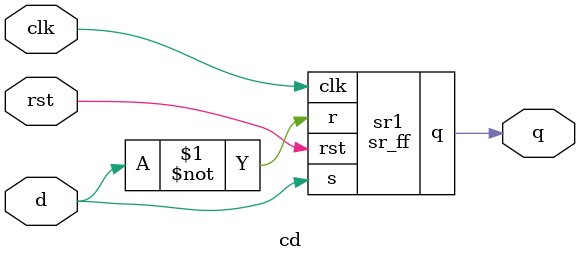
<source format=v>
module sr_ff(input s,r,clk,rst,
	output reg q);
always@(posedge clk)
begin
if(rst)
q<=0;
else
case({s,r})
	2'b00:q<=q;
	2'b01:q<=0;
	2'b10:q<=1;
	2'b11:q<=1'bx;
endcase
end
endmodule

module cd (input d,clk,rst,
	   output q);
 sr_ff sr1 (.s(d),.r(~d),.clk(clk),.rst(rst),.q(q));
 endmodule


</source>
